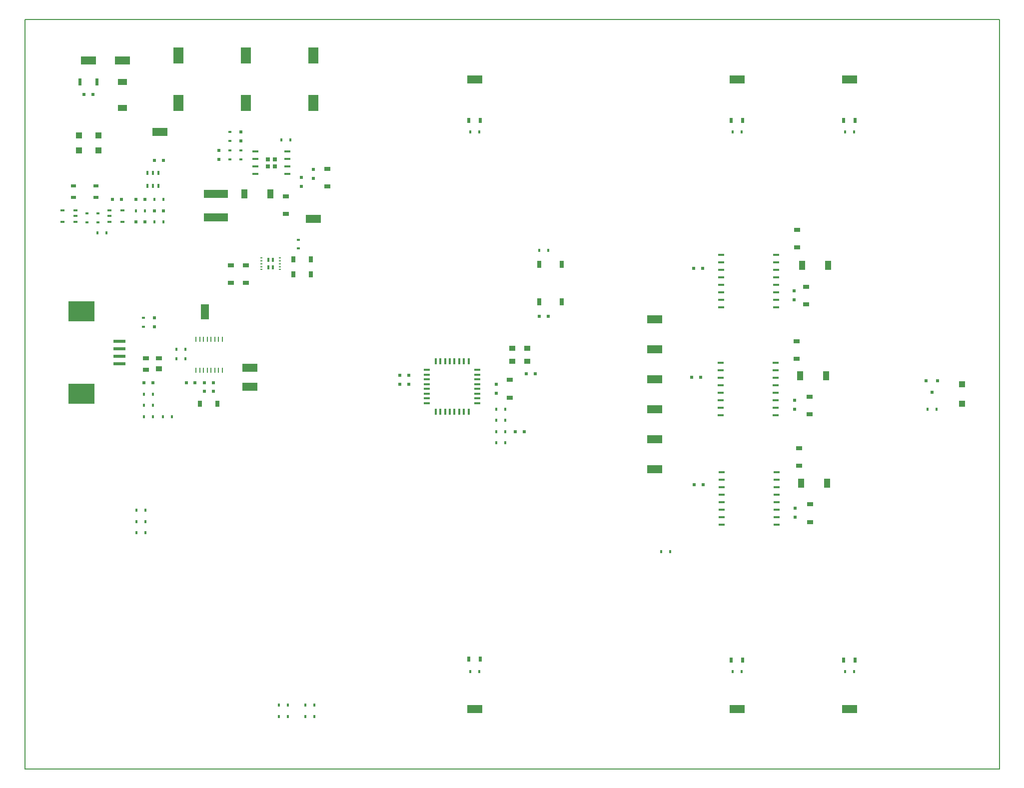
<source format=gbr>
G04 #@! TF.FileFunction,Paste,Top*
%FSLAX46Y46*%
G04 Gerber Fmt 4.6, Leading zero omitted, Abs format (unit mm)*
G04 Created by KiCad (PCBNEW 4.0.6) date 05/15/17 10:50:15*
%MOMM*%
%LPD*%
G01*
G04 APERTURE LIST*
%ADD10C,0.100000*%
%ADD11C,0.150000*%
%ADD12R,0.350000X0.630000*%
%ADD13R,2.660000X1.400000*%
%ADD14R,1.400000X2.660000*%
%ADD15R,1.050000X0.420000*%
%ADD16R,0.979678X1.539748*%
%ADD17R,1.539748X0.979678*%
%ADD18R,4.480000X3.500000*%
%ADD19R,2.100000X0.490000*%
%ADD20R,0.560000X0.525000*%
%ADD21R,0.525000X0.560000*%
%ADD22R,1.750000X2.800000*%
%ADD23R,1.120000X0.700000*%
%ADD24R,0.700000X1.120000*%
%ADD25R,0.630000X0.350000*%
%ADD26R,0.910000X0.490000*%
%ADD27R,0.490000X0.910000*%
%ADD28R,0.630000X1.190000*%
%ADD29R,0.700000X1.190000*%
%ADD30R,0.980000X0.700000*%
%ADD31R,0.980000X0.840000*%
%ADD32R,0.455000X0.742000*%
%ADD33R,0.705000X0.705000*%
%ADD34R,1.085000X0.420000*%
%ADD35R,0.742000X0.455000*%
%ADD36R,0.280000X0.840000*%
%ADD37R,0.385000X1.120000*%
%ADD38R,1.120000X0.385000*%
%ADD39R,1.050000X1.050000*%
%ADD40R,0.560000X0.630000*%
%ADD41R,4.060000X1.470000*%
%ADD42R,0.465000X0.744000*%
%ADD43R,0.455000X0.210000*%
G04 APERTURE END LIST*
D10*
D11*
X38100000Y-25400000D02*
X38100000Y-25400000D01*
X38100000Y-152400000D02*
X38100000Y-25400000D01*
X203200000Y-152400000D02*
X38100000Y-152400000D01*
X203200000Y-25400000D02*
X203200000Y-152400000D01*
X38100000Y-25400000D02*
X203200000Y-25400000D01*
D12*
X82664000Y-141605000D03*
X81164000Y-141605000D03*
D13*
X76200000Y-84431256D03*
D14*
X68580000Y-74930000D03*
D13*
X76200000Y-87630000D03*
X48895000Y-32385000D03*
X54610000Y-32385000D03*
X60960000Y-44450000D03*
X86995000Y-59182000D03*
X144780000Y-96520000D03*
X144780000Y-101600000D03*
X144780000Y-86360000D03*
X144780000Y-91440000D03*
X144780000Y-76200000D03*
X144780000Y-81280000D03*
X177800000Y-35560000D03*
X177800000Y-142240000D03*
X158750000Y-35560000D03*
X158750000Y-142240000D03*
X114300000Y-35560000D03*
X114300000Y-142240000D03*
D15*
X165458248Y-111005354D03*
X165458248Y-109735354D03*
X165458248Y-108465354D03*
X165458248Y-107195354D03*
X165458248Y-105925354D03*
X165458248Y-104655354D03*
X165458248Y-103385354D03*
X165458248Y-102115354D03*
X156158248Y-102115354D03*
X156158248Y-103385354D03*
X156158248Y-104655354D03*
X156158248Y-105925354D03*
X156158248Y-107195354D03*
X156158248Y-108465354D03*
X156158248Y-109735354D03*
X156158248Y-111005354D03*
X165296408Y-92504838D03*
X165296408Y-91234838D03*
X165296408Y-89964838D03*
X165296408Y-88694838D03*
X165296408Y-87424838D03*
X165296408Y-86154838D03*
X165296408Y-84884838D03*
X165296408Y-83614838D03*
X155996408Y-83614838D03*
X155996408Y-84884838D03*
X155996408Y-86154838D03*
X155996408Y-87424838D03*
X155996408Y-88694838D03*
X155996408Y-89964838D03*
X155996408Y-91234838D03*
X155996408Y-92504838D03*
X165363674Y-74223676D03*
X165363674Y-72953676D03*
X165363674Y-71683676D03*
X165363674Y-70413676D03*
X165363674Y-69143676D03*
X165363674Y-67873676D03*
X165363674Y-66603676D03*
X165363674Y-65333676D03*
X156063674Y-65333676D03*
X156063674Y-66603676D03*
X156063674Y-67873676D03*
X156063674Y-69143676D03*
X156063674Y-70413676D03*
X156063674Y-71683676D03*
X156063674Y-72953676D03*
X156063674Y-74223676D03*
D16*
X174007888Y-104020354D03*
X169608608Y-104020354D03*
X173846048Y-85773838D03*
X169446768Y-85773838D03*
X174167314Y-67111676D03*
X169768034Y-67111676D03*
X75270360Y-54991000D03*
X79669640Y-54991000D03*
D17*
X54610000Y-40426640D03*
X54610000Y-36027360D03*
D18*
X47680000Y-74865000D03*
D19*
X54100000Y-79990000D03*
X54100000Y-82490000D03*
X54100000Y-83740000D03*
X54100000Y-81240000D03*
D18*
X47680000Y-88865000D03*
D20*
X48145000Y-38100000D03*
X49645000Y-38100000D03*
D21*
X60056616Y-76012622D03*
X60056616Y-77512622D03*
D22*
X86995000Y-31560000D03*
X86995000Y-39560000D03*
X75565000Y-39560000D03*
X75565000Y-31560000D03*
X64135000Y-31560000D03*
X64135000Y-39560000D03*
D20*
X60080664Y-49276000D03*
X61580664Y-49276000D03*
D23*
X89333714Y-50718614D03*
X89333714Y-53718614D03*
D20*
X121170000Y-95250000D03*
X122670000Y-95250000D03*
D21*
X86995000Y-50833614D03*
X86995000Y-52333614D03*
D20*
X58405664Y-55938220D03*
X56905664Y-55938220D03*
X60080664Y-57843220D03*
X61580664Y-57843220D03*
X103112000Y-87249000D03*
X101612000Y-87249000D03*
X58405664Y-59748220D03*
X56905664Y-59748220D03*
D23*
X120269000Y-86511000D03*
X120269000Y-89511000D03*
D20*
X66942727Y-86948423D03*
X65442727Y-86948423D03*
D21*
X84963000Y-52209000D03*
X84963000Y-53709000D03*
X117983000Y-87261000D03*
X117983000Y-88761000D03*
D20*
X101612000Y-85725000D03*
X103112000Y-85725000D03*
X52930000Y-55885000D03*
X54430000Y-55885000D03*
D24*
X70759771Y-90508753D03*
X67759771Y-90508753D03*
D23*
X82348714Y-58396000D03*
X82348714Y-55396000D03*
D21*
X68497771Y-88464753D03*
X68497771Y-86964753D03*
X70021771Y-88464753D03*
X70021771Y-86964753D03*
X74728714Y-45983614D03*
X74728714Y-44483614D03*
D24*
X86590000Y-66040000D03*
X83590000Y-66040000D03*
X86590000Y-68580000D03*
X83590000Y-68580000D03*
D20*
X126734000Y-75692000D03*
X125234000Y-75692000D03*
D23*
X75565000Y-67080000D03*
X75565000Y-70080000D03*
X73025000Y-67080000D03*
X73025000Y-70080000D03*
D20*
X124575000Y-85471000D03*
X123075000Y-85471000D03*
X153000248Y-104274354D03*
X151500248Y-104274354D03*
X152572408Y-86027838D03*
X151072408Y-86027838D03*
X152905674Y-67619676D03*
X151405674Y-67619676D03*
D23*
X169268248Y-101075354D03*
X169268248Y-98075354D03*
X168852408Y-79955838D03*
X168852408Y-82955838D03*
X168919674Y-61039676D03*
X168919674Y-64039676D03*
X171173248Y-110600354D03*
X171173248Y-107600354D03*
X171011408Y-89353838D03*
X171011408Y-92353838D03*
X170443674Y-73691676D03*
X170443674Y-70691676D03*
D21*
X168633248Y-108235354D03*
X168633248Y-109735354D03*
X168471408Y-89988838D03*
X168471408Y-91488838D03*
X168411674Y-72941676D03*
X168411674Y-71441676D03*
X70993000Y-47637000D03*
X70993000Y-49137000D03*
D20*
X58305000Y-86995000D03*
X59805000Y-86995000D03*
D25*
X58151616Y-77500622D03*
X58151616Y-76000622D03*
D12*
X58535000Y-112395000D03*
X57035000Y-112395000D03*
X57035000Y-110490000D03*
X58535000Y-110490000D03*
X57035000Y-108585000D03*
X58535000Y-108585000D03*
X82664000Y-143510000D03*
X81164000Y-143510000D03*
X59805000Y-88900000D03*
X58305000Y-88900000D03*
X58305000Y-90805000D03*
X59805000Y-90805000D03*
X58305000Y-92710000D03*
X59805000Y-92710000D03*
X87109000Y-141605000D03*
X85609000Y-141605000D03*
X85609000Y-143510000D03*
X87109000Y-143510000D03*
X119495000Y-93345000D03*
X117995000Y-93345000D03*
X117995000Y-97155000D03*
X119495000Y-97155000D03*
X117995000Y-95250000D03*
X119495000Y-95250000D03*
X119495000Y-91440000D03*
X117995000Y-91440000D03*
X60080664Y-55938220D03*
X61580664Y-55938220D03*
X81598714Y-45868614D03*
X83098714Y-45868614D03*
X60080664Y-59748220D03*
X61580664Y-59748220D03*
X56905664Y-57843220D03*
X58405664Y-57843220D03*
X63766000Y-81280000D03*
X65266000Y-81280000D03*
X65266000Y-82931000D03*
X63766000Y-82931000D03*
X50390000Y-61600000D03*
X51890000Y-61600000D03*
D25*
X48600000Y-59810000D03*
X48600000Y-58310000D03*
X50505000Y-58310000D03*
X50505000Y-59810000D03*
X72823714Y-49158614D03*
X72823714Y-47658614D03*
X74728714Y-49158614D03*
X74728714Y-47658614D03*
X72823714Y-45983614D03*
X72823714Y-44483614D03*
D12*
X61480000Y-92710000D03*
X62980000Y-92710000D03*
D26*
X50165000Y-55560000D03*
X50165000Y-53660000D03*
X46355000Y-53660000D03*
X46355000Y-55560000D03*
D12*
X125234000Y-64516000D03*
X126734000Y-64516000D03*
X147435000Y-115570000D03*
X145935000Y-115570000D03*
D27*
X176850000Y-42545000D03*
X178750000Y-42545000D03*
X178750000Y-133985000D03*
X176850000Y-133985000D03*
X157800000Y-42545000D03*
X159700000Y-42545000D03*
X159700000Y-133985000D03*
X157800000Y-133985000D03*
X115250000Y-42545000D03*
X113350000Y-42545000D03*
X113350000Y-133841256D03*
X115250000Y-133841256D03*
D12*
X177050000Y-135890000D03*
X178550000Y-135890000D03*
X158000000Y-44450000D03*
X159500000Y-44450000D03*
X158000000Y-135890000D03*
X159500000Y-135890000D03*
X115050000Y-44450000D03*
X113550000Y-44450000D03*
X113550000Y-135890000D03*
X115050000Y-135890000D03*
D28*
X47445000Y-36015000D03*
X50345000Y-36015000D03*
D25*
X84455000Y-62750000D03*
X84455000Y-64250000D03*
D29*
X125247400Y-73254000D03*
X125247400Y-66954000D03*
X129047400Y-73254000D03*
X129047400Y-66954000D03*
D30*
X58590000Y-84770000D03*
X58590000Y-82870000D03*
X60790000Y-82870000D03*
D31*
X60790000Y-84590000D03*
D32*
X59814664Y-53635000D03*
X60764664Y-53635000D03*
X58864664Y-53635000D03*
X58864664Y-51435000D03*
X59814664Y-51435000D03*
X60764664Y-51435000D03*
D33*
X80443714Y-50313614D03*
X80443714Y-49138614D03*
X79268714Y-50313614D03*
X79268714Y-49138614D03*
D34*
X77156214Y-51631114D03*
X77156214Y-50361114D03*
X77156214Y-49091114D03*
X77156214Y-47821114D03*
X82556214Y-47821114D03*
X82556214Y-49091114D03*
X82556214Y-50361114D03*
X82556214Y-51631114D03*
D35*
X54610000Y-57790000D03*
X54610000Y-59690000D03*
X52410000Y-59690000D03*
X52410000Y-58740000D03*
X52410000Y-57790000D03*
D36*
X71527590Y-84853380D03*
X70892590Y-84853380D03*
X70257590Y-84853380D03*
X69622590Y-84853380D03*
X68987590Y-84853380D03*
X68352590Y-84853380D03*
X67717590Y-84853380D03*
X67082590Y-84853380D03*
X67082590Y-79653380D03*
X67717590Y-79653380D03*
X68352590Y-79653380D03*
X68987590Y-79653380D03*
X69622590Y-79653380D03*
X70257590Y-79653380D03*
X70892590Y-79653380D03*
X71527590Y-79653380D03*
D37*
X113290000Y-91880000D03*
X112490000Y-91880000D03*
X111690000Y-91880000D03*
X110890000Y-91880000D03*
X110090000Y-91880000D03*
X109290000Y-91880000D03*
X108490000Y-91880000D03*
X107690000Y-91880000D03*
D38*
X106240000Y-90430000D03*
X106240000Y-89630000D03*
X106240000Y-88830000D03*
X106240000Y-88030000D03*
X106240000Y-87230000D03*
X106240000Y-86430000D03*
X106240000Y-85630000D03*
X106240000Y-84830000D03*
D37*
X107690000Y-83380000D03*
X108490000Y-83380000D03*
X109290000Y-83380000D03*
X110090000Y-83380000D03*
X110890000Y-83380000D03*
X111690000Y-83380000D03*
X112490000Y-83380000D03*
X113290000Y-83380000D03*
D38*
X114740000Y-84830000D03*
X114740000Y-85630000D03*
X114740000Y-86430000D03*
X114740000Y-87230000D03*
X114740000Y-88030000D03*
X114740000Y-88830000D03*
X114740000Y-89630000D03*
X114740000Y-90430000D03*
D35*
X46650000Y-59690000D03*
X46650000Y-58740000D03*
X46650000Y-57790000D03*
X44450000Y-57790000D03*
X44450000Y-59690000D03*
D31*
X123190000Y-83353000D03*
X120650000Y-83353000D03*
X120650000Y-81153000D03*
X123190000Y-81153000D03*
D39*
X50545000Y-47625000D03*
X47245000Y-47625000D03*
X196850000Y-87250000D03*
X196850000Y-90550000D03*
X50545000Y-45085000D03*
X47245000Y-45085000D03*
D40*
X191770000Y-88630000D03*
X190820000Y-86630000D03*
X192720000Y-86630000D03*
D12*
X192520000Y-91440000D03*
X191020000Y-91440000D03*
D41*
X70485000Y-54991000D03*
X70485000Y-58991000D03*
D42*
X80117500Y-67425000D03*
X80117500Y-66185000D03*
X79342500Y-67425000D03*
X79342500Y-66185000D03*
D43*
X78180000Y-67805000D03*
X78180000Y-67305000D03*
X78180000Y-66805000D03*
X78180000Y-66305000D03*
X78180000Y-65805000D03*
X81280000Y-65805000D03*
X81280000Y-66305000D03*
X81280000Y-66805000D03*
X81280000Y-67305000D03*
X81280000Y-67805000D03*
D12*
X178550000Y-44450000D03*
X177050000Y-44450000D03*
M02*

</source>
